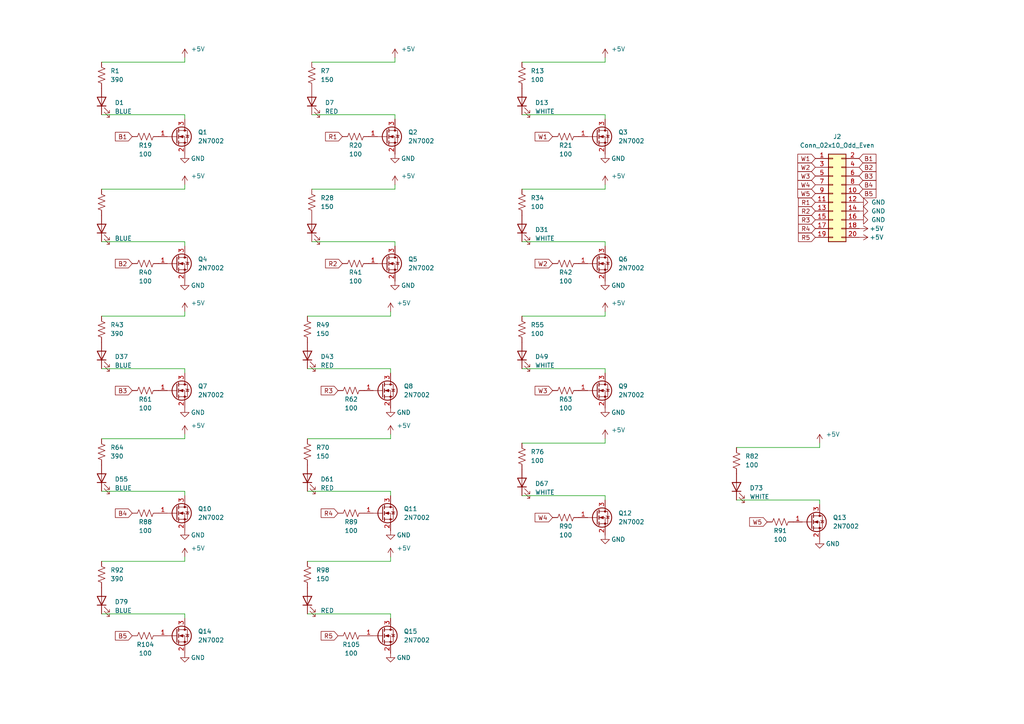
<source format=kicad_sch>
(kicad_sch (version 20230121) (generator eeschema)
  (paper "A4")
  (lib_symbols
    (symbol "4ms_Power:GND" (power) (pin_names (offset 0))
      (property "Value" "GND" (at 0 -3.81 0))
      (symbol "GND_0_1"
        (polyline (pts (xy 0 0) (xy 0 -1.27) (xy 1.27 -1.27) (xy 0 -2.54) (xy -1.27 -1.27) (xy 0 -1.27)))
      )
      (symbol "GND_1_1"
        (pin power_in line (at 0 0 270) (length 0) hide (name "GND") (number "1"))
      )
    )
    (symbol "Connector_Generic:Conn_02x10_Odd_Even" (pin_names (offset 1.016) hide)
      (property "Reference" "J" (at 1.27 12.7 0))
      (property "Value" "Conn_02x10_Odd_Even" (at 1.27 -15.24 0))
      (symbol "Conn_02x10_Odd_Even_1_1"
        (rectangle (start -1.27 -12.573) (end 0 -12.827) (stroke (width 0.1524)))
        (rectangle (start -1.27 -10.033) (end 0 -10.287) (stroke (width 0.1524)))
        (rectangle (start -1.27 -7.493) (end 0 -7.747) (stroke (width 0.1524)))
        (rectangle (start -1.27 -4.953) (end 0 -5.207) (stroke (width 0.1524)))
        (rectangle (start -1.27 -2.413) (end 0 -2.667) (stroke (width 0.1524)))
        (rectangle (start -1.27 0.127) (end 0 -0.127) (stroke (width 0.1524)))
        (rectangle (start -1.27 2.667) (end 0 2.413) (stroke (width 0.1524)))
        (rectangle (start -1.27 5.207) (end 0 4.953) (stroke (width 0.1524)))
        (rectangle (start -1.27 7.747) (end 0 7.493) (stroke (width 0.1524)))
        (rectangle (start -1.27 10.287) (end 0 10.033) (stroke (width 0.1524)))
        (rectangle (start -1.27 11.43) (end 3.81 -13.97) (stroke (width 0.254)) (fill (type background)))
        (rectangle (start 3.81 -12.573) (end 2.54 -12.827) (stroke (width 0.1524)))
        (rectangle (start 3.81 -10.033) (end 2.54 -10.287) (stroke (width 0.1524)))
        (rectangle (start 3.81 -7.493) (end 2.54 -7.747) (stroke (width 0.1524)))
        (rectangle (start 3.81 -4.953) (end 2.54 -5.207) (stroke (width 0.1524)))
        (rectangle (start 3.81 -2.413) (end 2.54 -2.667) (stroke (width 0.1524)))
        (rectangle (start 3.81 0.127) (end 2.54 -0.127) (stroke (width 0.1524)))
        (rectangle (start 3.81 2.667) (end 2.54 2.413) (stroke (width 0.1524)))
        (rectangle (start 3.81 5.207) (end 2.54 4.953) (stroke (width 0.1524)))
        (rectangle (start 3.81 7.747) (end 2.54 7.493) (stroke (width 0.1524)))
        (rectangle (start 3.81 10.287) (end 2.54 10.033) (stroke (width 0.1524)))
        (pin passive line (at -5.08 10.16 0) (length 3.81) (name "Pin_1") (number "1"))
        (pin passive line (at 7.62 0 180) (length 3.81) (name "Pin_10") (number "10"))
        (pin passive line (at -5.08 -2.54 0) (length 3.81) (name "Pin_11") (number "11"))
        (pin passive line (at 7.62 -2.54 180) (length 3.81) (name "Pin_12") (number "12"))
        (pin passive line (at -5.08 -5.08 0) (length 3.81) (name "Pin_13") (number "13"))
        (pin passive line (at 7.62 -5.08 180) (length 3.81) (name "Pin_14") (number "14"))
        (pin passive line (at -5.08 -7.62 0) (length 3.81) (name "Pin_15") (number "15"))
        (pin passive line (at 7.62 -7.62 180) (length 3.81) (name "Pin_16") (number "16"))
        (pin passive line (at -5.08 -10.16 0) (length 3.81) (name "Pin_17") (number "17"))
        (pin passive line (at 7.62 -10.16 180) (length 3.81) (name "Pin_18") (number "18"))
        (pin passive line (at -5.08 -12.7 0) (length 3.81) (name "Pin_19") (number "19"))
        (pin passive line (at 7.62 10.16 180) (length 3.81) (name "Pin_2") (number "2"))
        (pin passive line (at 7.62 -12.7 180) (length 3.81) (name "Pin_20") (number "20"))
        (pin passive line (at -5.08 7.62 0) (length 3.81) (name "Pin_3") (number "3"))
        (pin passive line (at 7.62 7.62 180) (length 3.81) (name "Pin_4") (number "4"))
        (pin passive line (at -5.08 5.08 0) (length 3.81) (name "Pin_5") (number "5"))
        (pin passive line (at 7.62 5.08 180) (length 3.81) (name "Pin_6") (number "6"))
        (pin passive line (at -5.08 2.54 0) (length 3.81) (name "Pin_7") (number "7"))
        (pin passive line (at 7.62 2.54 180) (length 3.81) (name "Pin_8") (number "8"))
        (pin passive line (at -5.08 0 0) (length 3.81) (name "Pin_9") (number "9"))
      )
    )
    (symbol "Device:LED" (pin_numbers hide) (pin_names (offset 1.016) hide)
      (property "Reference" "D" (at 0 2.54 0))
      (property "Value" "LED" (at 0 -2.54 0))
      (symbol "LED_0_1"
        (polyline (pts (xy -1.27 -1.27) (xy -1.27 1.27)) (stroke (width 0.254)))
        (polyline (pts (xy -1.27 0) (xy 1.27 0)))
        (polyline (pts (xy 1.27 -1.27) (xy 1.27 1.27) (xy -1.27 0) (xy 1.27 -1.27)) (stroke (width 0.254)))
        (polyline (pts (xy -3.048 -0.762) (xy -4.572 -2.286) (xy -3.81 -2.286) (xy -4.572 -2.286) (xy -4.572 -1.524)))
        (polyline (pts (xy -1.778 -0.762) (xy -3.302 -2.286) (xy -2.54 -2.286) (xy -3.302 -2.286) (xy -3.302 -1.524)))
      )
      (symbol "LED_1_1"
        (pin passive line (at -3.81 0 0) (length 2.54) (name "K") (number "1"))
        (pin passive line (at 3.81 0 180) (length 2.54) (name "A") (number "2"))
      )
    )
    (symbol "Device:R_US" (pin_numbers hide) (pin_names (offset 0))
      (property "Reference" "R" (at 2.54 0 90))
      (property "Value" "R_US" (at -2.54 0 90))
      (symbol "R_US_0_1"
        (polyline (pts (xy 0 -2.286) (xy 0 -2.54)))
        (polyline (pts (xy 0 2.286) (xy 0 2.54)))
        (polyline (pts (xy 0 -0.762) (xy 1.016 -1.143) (xy 0 -1.524) (xy -1.016 -1.905) (xy 0 -2.286)))
        (polyline (pts (xy 0 0.762) (xy 1.016 0.381) (xy 0 0) (xy -1.016 -0.381) (xy 0 -0.762)))
        (polyline (pts (xy 0 2.286) (xy 1.016 1.905) (xy 0 1.524) (xy -1.016 1.143) (xy 0 0.762)))
      )
      (symbol "R_US_1_1"
        (pin passive line (at 0 3.81 270) (length 1.27) (name "~") (number "1"))
        (pin passive line (at 0 -3.81 90) (length 1.27) (name "~") (number "2"))
      )
    )
    (symbol "Transistor_FET:2N7002" (pin_names hide)
      (property "Reference" "Q" (at 5.08 1.905 0))
      (property "Value" "2N7002" (at 5.08 0 0))
      (symbol "2N7002_0_1"
        (polyline (pts (xy 0.254 0) (xy -2.54 0)))
        (polyline (pts (xy 0.254 1.905) (xy 0.254 -1.905)) (stroke (width 0.254)))
        (polyline (pts (xy 0.762 -1.27) (xy 0.762 -2.286)) (stroke (width 0.254)))
        (polyline (pts (xy 0.762 0.508) (xy 0.762 -0.508)) (stroke (width 0.254)))
        (polyline (pts (xy 0.762 2.286) (xy 0.762 1.27)) (stroke (width 0.254)))
        (polyline (pts (xy 2.54 2.54) (xy 2.54 1.778)))
        (polyline (pts (xy 2.54 -2.54) (xy 2.54 0) (xy 0.762 0)))
        (polyline (pts (xy 0.762 -1.778) (xy 3.302 -1.778) (xy 3.302 1.778) (xy 0.762 1.778)))
        (polyline (pts (xy 1.016 0) (xy 2.032 0.381) (xy 2.032 -0.381) (xy 1.016 0)) (fill (type outline)))
        (polyline (pts (xy 2.794 0.508) (xy 2.921 0.381) (xy 3.683 0.381) (xy 3.81 0.254)))
        (polyline (pts (xy 3.302 0.381) (xy 2.921 -0.254) (xy 3.683 -0.254) (xy 3.302 0.381)))
        (circle (center 1.651 0) (radius 2.794) (stroke (width 0.254)))
        (circle (center 2.54 -1.778) (radius 0.254) (fill (type outline)))
        (circle (center 2.54 1.778) (radius 0.254) (fill (type outline)))
      )
      (symbol "2N7002_1_1"
        (pin input line (at -5.08 0 0) (length 2.54) (name "G") (number "1"))
        (pin passive line (at 2.54 -5.08 90) (length 2.54) (name "S") (number "2"))
        (pin passive line (at 2.54 5.08 270) (length 2.54) (name "D") (number "3"))
      )
    )
    (symbol "power:+5V" (power) (pin_names (offset 0))
      (property "Value" "+5V" (at 0 3.556 0))
      (symbol "+5V_0_1"
        (polyline (pts (xy -0.762 1.27) (xy 0 2.54)))
        (polyline (pts (xy 0 0) (xy 0 2.54)))
        (polyline (pts (xy 0 2.54) (xy 0.762 1.27)))
      )
      (symbol "+5V_1_1"
        (pin power_in line (at 0 0 90) (length 0) hide (name "+5V") (number "1"))
      )
    )
    (symbol "power:GND" (power) (pin_names (offset 0))
      (property "Value" "GND" (at 0 -3.81 0))
      (symbol "GND_0_1"
        (polyline (pts (xy 0 0) (xy 0 -1.27) (xy 1.27 -1.27) (xy 0 -2.54) (xy -1.27 -1.27) (xy 0 -1.27)))
      )
      (symbol "GND_1_1"
        (pin power_in line (at 0 0 270) (length 0) hide (name "GND") (number "1"))
      )
    )
  )
  (wire (pts (xy 213.614 145.034) (xy 237.744 145.034)))
  (wire (pts (xy 53.594 16.764) (xy 53.594 18.034)))
  (wire (pts (xy 151.384 106.934) (xy 175.514 106.934)))
  (wire (pts (xy 151.384 143.764) (xy 175.514 143.764)))
  (wire (pts (xy 29.464 178.054) (xy 53.594 178.054)))
  (wire (pts (xy 114.554 53.594) (xy 114.554 54.864)))
  (wire (pts (xy 175.514 90.424) (xy 175.514 91.694)))
  (wire (pts (xy 53.594 106.934) (xy 53.594 108.204)))
  (wire (pts (xy 175.514 127.254) (xy 175.514 128.524)))
  (wire (pts (xy 90.424 33.274) (xy 114.554 33.274)))
  (wire (pts (xy 114.554 70.104) (xy 114.554 71.374)))
  (wire (pts (xy 114.554 33.274) (xy 114.554 34.544)))
  (wire (pts (xy 113.284 125.984) (xy 113.284 127.254)))
  (wire (pts (xy 175.514 53.594) (xy 175.514 54.864)))
  (wire (pts (xy 89.154 127.254) (xy 113.284 127.254)))
  (wire (pts (xy 151.384 18.034) (xy 175.514 18.034)))
  (wire (pts (xy 29.464 91.694) (xy 53.594 91.694)))
  (wire (pts (xy 53.594 90.424) (xy 53.594 91.694)))
  (wire (pts (xy 151.384 70.104) (xy 175.514 70.104)))
  (wire (pts (xy 90.424 54.864) (xy 114.554 54.864)))
  (wire (pts (xy 151.384 91.694) (xy 175.514 91.694)))
  (wire (pts (xy 29.464 162.814) (xy 53.594 162.814)))
  (wire (pts (xy 175.514 143.764) (xy 175.514 145.034)))
  (wire (pts (xy 29.464 33.274) (xy 53.594 33.274)))
  (wire (pts (xy 237.744 128.524) (xy 237.744 129.794)))
  (wire (pts (xy 113.284 142.494) (xy 113.284 143.764)))
  (wire (pts (xy 175.514 33.274) (xy 175.514 34.544)))
  (wire (pts (xy 113.284 161.544) (xy 113.284 162.814)))
  (wire (pts (xy 53.594 53.594) (xy 53.594 54.864)))
  (wire (pts (xy 53.594 161.544) (xy 53.594 162.814)))
  (wire (pts (xy 213.614 129.794) (xy 237.744 129.794)))
  (wire (pts (xy 29.464 142.494) (xy 53.594 142.494)))
  (wire (pts (xy 175.514 16.764) (xy 175.514 18.034)))
  (wire (pts (xy 89.154 91.694) (xy 113.284 91.694)))
  (wire (pts (xy 89.154 162.814) (xy 113.284 162.814)))
  (wire (pts (xy 29.464 127.254) (xy 53.594 127.254)))
  (wire (pts (xy 175.514 70.104) (xy 175.514 71.374)))
  (wire (pts (xy 175.514 106.934) (xy 175.514 108.204)))
  (wire (pts (xy 53.594 178.054) (xy 53.594 179.324)))
  (wire (pts (xy 151.384 128.524) (xy 175.514 128.524)))
  (wire (pts (xy 29.464 18.034) (xy 53.594 18.034)))
  (wire (pts (xy 151.384 54.864) (xy 175.514 54.864)))
  (wire (pts (xy 89.154 178.054) (xy 113.284 178.054)))
  (wire (pts (xy 29.464 106.934) (xy 53.594 106.934)))
  (wire (pts (xy 90.424 18.034) (xy 114.554 18.034)))
  (wire (pts (xy 89.154 142.494) (xy 113.284 142.494)))
  (wire (pts (xy 151.384 33.274) (xy 175.514 33.274)))
  (wire (pts (xy 53.594 125.984) (xy 53.594 127.254)))
  (wire (pts (xy 29.464 70.104) (xy 53.594 70.104)))
  (wire (pts (xy 53.594 142.494) (xy 53.594 143.764)))
  (wire (pts (xy 113.284 106.934) (xy 113.284 108.204)))
  (wire (pts (xy 53.594 33.274) (xy 53.594 34.544)))
  (wire (pts (xy 113.284 178.054) (xy 113.284 179.324)))
  (wire (pts (xy 114.554 16.764) (xy 114.554 18.034)))
  (wire (pts (xy 113.284 90.424) (xy 113.284 91.694)))
  (wire (pts (xy 89.154 106.934) (xy 113.284 106.934)))
  (wire (pts (xy 53.594 70.104) (xy 53.594 71.374)))
  (wire (pts (xy 29.464 54.864) (xy 53.594 54.864)))
  (wire (pts (xy 90.424 70.104) (xy 114.554 70.104)))
  (wire (pts (xy 237.744 145.034) (xy 237.744 146.304)))
  (global_label "W2" (shape input) (at 160.274 76.454 180) (property "Intersheetrefs" "${INTERSHEET_REFS}" (effects hide)))
  (global_label "B4" (shape input) (at 38.354 148.844 180) (property "Intersheetrefs" "${INTERSHEET_REFS}" (effects hide)))
  (global_label "W1" (shape input) (at 160.274 39.624 180) (property "Intersheetrefs" "${INTERSHEET_REFS}" (effects hide)))
  (global_label "W3" (shape input) (at 160.274 113.284 180) (property "Intersheetrefs" "${INTERSHEET_REFS}" (effects hide)))
  (global_label "W4" (shape input) (at 236.474 53.594 180) (property "Intersheetrefs" "${INTERSHEET_REFS}" (effects hide)))
  (global_label "B5" (shape input) (at 38.354 184.404 180) (property "Intersheetrefs" "${INTERSHEET_REFS}" (effects hide)))
  (global_label "R1" (shape input) (at 236.474 58.674 180) (property "Intersheetrefs" "${INTERSHEET_REFS}" (effects hide)))
  (global_label "B3" (shape input) (at 38.354 113.284 180) (property "Intersheetrefs" "${INTERSHEET_REFS}" (effects hide)))
  (global_label "W1" (shape input) (at 236.474 45.974 180) (property "Intersheetrefs" "${INTERSHEET_REFS}" (effects hide)))
  (global_label "B1" (shape input) (at 249.174 45.974 0) (property "Intersheetrefs" "${INTERSHEET_REFS}" (effects hide)))
  (global_label "R2" (shape input) (at 99.314 76.454 180) (property "Intersheetrefs" "${INTERSHEET_REFS}" (effects hide)))
  (global_label "W5" (shape input) (at 222.504 151.384 180) (property "Intersheetrefs" "${INTERSHEET_REFS}" (effects hide)))
  (global_label "B1" (shape input) (at 38.354 39.624 180) (property "Intersheetrefs" "${INTERSHEET_REFS}" (effects hide)))
  (global_label "R3" (shape input) (at 236.474 63.754 180) (property "Intersheetrefs" "${INTERSHEET_REFS}" (effects hide)))
  (global_label "B4" (shape input) (at 249.174 53.594 0) (property "Intersheetrefs" "${INTERSHEET_REFS}" (effects hide)))
  (global_label "W5" (shape input) (at 236.474 56.134 180) (property "Intersheetrefs" "${INTERSHEET_REFS}" (effects hide)))
  (global_label "W2" (shape input) (at 236.474 48.514 180) (property "Intersheetrefs" "${INTERSHEET_REFS}" (effects hide)))
  (global_label "B2" (shape input) (at 38.354 76.454 180) (property "Intersheetrefs" "${INTERSHEET_REFS}" (effects hide)))
  (global_label "R3" (shape input) (at 98.044 113.284 180) (property "Intersheetrefs" "${INTERSHEET_REFS}" (effects hide)))
  (global_label "B2" (shape input) (at 249.174 48.514 0) (property "Intersheetrefs" "${INTERSHEET_REFS}" (effects hide)))
  (global_label "R2" (shape input) (at 236.474 61.214 180) (property "Intersheetrefs" "${INTERSHEET_REFS}" (effects hide)))
  (global_label "R5" (shape input) (at 236.474 68.834 180) (property "Intersheetrefs" "${INTERSHEET_REFS}" (effects hide)))
  (global_label "B5" (shape input) (at 249.174 56.134 0) (property "Intersheetrefs" "${INTERSHEET_REFS}" (effects hide)))
  (global_label "R5" (shape input) (at 98.044 184.404 180) (property "Intersheetrefs" "${INTERSHEET_REFS}" (effects hide)))
  (global_label "R4" (shape input) (at 236.474 66.294 180) (property "Intersheetrefs" "${INTERSHEET_REFS}" (effects hide)))
  (global_label "R1" (shape input) (at 99.314 39.624 180) (property "Intersheetrefs" "${INTERSHEET_REFS}" (effects hide)))
  (global_label "B3" (shape input) (at 249.174 51.054 0) (property "Intersheetrefs" "${INTERSHEET_REFS}" (effects hide)))
  (global_label "W3" (shape input) (at 236.474 51.054 180) (property "Intersheetrefs" "${INTERSHEET_REFS}" (effects hide)))
  (global_label "R4" (shape input) (at 98.044 148.844 180) (property "Intersheetrefs" "${INTERSHEET_REFS}" (effects hide)))
  (global_label "W4" (shape input) (at 160.274 150.114 180) (property "Intersheetrefs" "${INTERSHEET_REFS}" (effects hide)))
  (symbol (lib_id "Transistor_FET:2N7002") (at 112.014 76.454 0) (unit 1)
    (property "Reference" "Q5" (at 118.364 75.1839 0) (effects (justify left)))
    (property "Value" "2N7002" (at 118.364 77.7239 0) (effects (justify left)))
    (property "Footprint" "Package_TO_SOT_SMD:SOT-23" (effects hide))
    (property "Datasheet" "https://www.onsemi.com/pub/Collateral/NDS7002A-D.PDF" (effects hide))
  )
  (symbol (lib_id "Device:LED") (at 89.154 103.124 90) (unit 1)
    (property "Reference" "D43" (at 92.964 103.4414 90) (effects (justify right)))
    (property "Value" "RED" (at 92.964 105.9814 90) (effects (justify right)))
    (property "Footprint" "LED_SMD:LED_0603_1608Metric" (effects hide))
  )
  (symbol (lib_id "Transistor_FET:2N7002") (at 51.054 148.844 0) (unit 1)
    (property "Reference" "Q10" (at 57.404 147.5739 0) (effects (justify left)))
    (property "Value" "2N7002" (at 57.404 150.1139 0) (effects (justify left)))
    (property "Footprint" "Package_TO_SOT_SMD:SOT-23" (effects hide))
    (property "Datasheet" "https://www.onsemi.com/pub/Collateral/NDS7002A-D.PDF" (effects hide))
  )
  (symbol (lib_id "power:GND") (at 113.284 189.484 0) (unit 1)
    (property "Reference" "#PWR035" (effects hide))
    (property "Value" "GND" (at 117.094 190.754 0))
  )
  (symbol (lib_id "power:+5V") (at 249.174 68.834 270) (unit 1)
    (property "Reference" "#PWR014" (effects hide))
    (property "Value" "+5V" (at 254.254 68.834 90))
  )
  (symbol (lib_id "power:GND") (at 53.594 44.704 0) (unit 1)
    (property "Reference" "#PWR04" (effects hide))
    (property "Value" "GND" (at 57.404 45.974 0))
  )
  (symbol (lib_id "power:GND") (at 53.594 153.924 0) (unit 1)
    (property "Reference" "#PWR028" (effects hide))
    (property "Value" "GND" (at 57.404 155.194 0))
  )
  (symbol (lib_id "Device:R_US") (at 42.164 184.404 90) (unit 1)
    (property "Reference" "R104" (at 42.164 186.944 90))
    (property "Value" "100" (at 42.164 189.484 90))
    (property "Footprint" "Resistor_SMD:R_0603_1608Metric" (effects hide))
  )
  (symbol (lib_id "power:+5V") (at 53.594 125.984 0) (unit 1)
    (property "Reference" "#PWR024" (effects hide))
    (property "Value" "+5V" (at 57.404 123.444 0))
  )
  (symbol (lib_id "power:GND") (at 237.744 156.464 0) (unit 1)
    (property "Reference" "#PWR031" (effects hide))
    (property "Value" "GND" (at 241.554 157.734 0))
  )
  (symbol (lib_id "Device:R_US") (at 103.124 76.454 90) (unit 1)
    (property "Reference" "R41" (at 103.124 78.994 90))
    (property "Value" "100" (at 103.124 81.534 90))
    (property "Footprint" "Resistor_SMD:R_0603_1608Metric" (effects hide))
  )
  (symbol (lib_id "Device:R_US") (at 226.314 151.384 90) (unit 1)
    (property "Reference" "R91" (at 226.314 153.924 90))
    (property "Value" "100" (at 226.314 156.464 90))
    (property "Footprint" "Resistor_SMD:R_0603_1608Metric" (effects hide))
  )
  (symbol (lib_id "power:GND") (at 175.514 155.194 0) (unit 1)
    (property "Reference" "#PWR030" (effects hide))
    (property "Value" "GND" (at 179.324 156.464 0))
  )
  (symbol (lib_id "Transistor_FET:2N7002") (at 110.744 184.404 0) (unit 1)
    (property "Reference" "Q15" (at 117.094 183.1339 0) (effects (justify left)))
    (property "Value" "2N7002" (at 117.094 185.6739 0) (effects (justify left)))
    (property "Footprint" "Package_TO_SOT_SMD:SOT-23" (effects hide))
    (property "Datasheet" "https://www.onsemi.com/pub/Collateral/NDS7002A-D.PDF" (effects hide))
  )
  (symbol (lib_id "Device:LED") (at 151.384 139.954 90) (unit 1)
    (property "Reference" "D67" (at 155.194 140.2714 90) (effects (justify right)))
    (property "Value" "WHITE" (at 155.194 142.8114 90) (effects (justify right)))
    (property "Footprint" "LED_SMD:LED_0603_1608Metric" (effects hide))
  )
  (symbol (lib_id "Transistor_FET:2N7002") (at 235.204 151.384 0) (unit 1)
    (property "Reference" "Q13" (at 241.554 150.1139 0) (effects (justify left)))
    (property "Value" "2N7002" (at 241.554 152.6539 0) (effects (justify left)))
    (property "Footprint" "Package_TO_SOT_SMD:SOT-23" (effects hide))
    (property "Datasheet" "https://www.onsemi.com/pub/Collateral/NDS7002A-D.PDF" (effects hide))
  )
  (symbol (lib_id "Device:LED") (at 151.384 66.294 90) (unit 1)
    (property "Reference" "D31" (at 155.194 66.6114 90) (effects (justify right)))
    (property "Value" "WHITE" (at 155.194 69.1514 90) (effects (justify right)))
    (property "Footprint" "LED_SMD:LED_0603_1608Metric" (effects hide))
  )
  (symbol (lib_id "Device:R_US") (at 29.464 95.504 180) (unit 1)
    (property "Reference" "R43" (at 32.004 94.2339 0) (effects (justify right)))
    (property "Value" "390" (at 32.004 96.7739 0) (effects (justify right)))
    (property "Footprint" "Resistor_SMD:R_0603_1608Metric" (effects hide))
  )
  (symbol (lib_id "Device:R_US") (at 89.154 166.624 180) (unit 1)
    (property "Reference" "R98" (at 91.694 165.3539 0) (effects (justify right)))
    (property "Value" "150" (at 91.694 167.8939 0) (effects (justify right)))
    (property "Footprint" "Resistor_SMD:R_0603_1608Metric" (effects hide))
  )
  (symbol (lib_id "Transistor_FET:2N7002") (at 112.014 39.624 0) (unit 1)
    (property "Reference" "Q2" (at 118.364 38.3539 0) (effects (justify left)))
    (property "Value" "2N7002" (at 118.364 40.8939 0) (effects (justify left)))
    (property "Footprint" "Package_TO_SOT_SMD:SOT-23" (effects hide))
    (property "Datasheet" "https://www.onsemi.com/pub/Collateral/NDS7002A-D.PDF" (effects hide))
  )
  (symbol (lib_id "4ms_Power:GND") (at 249.174 58.674 90) (unit 1)
    (property "Reference" "#PWR010" (effects hide))
    (property "Value" "GND" (at 256.794 58.674 90) (effects (justify left)))
  )
  (symbol (lib_id "power:+5V") (at 113.284 125.984 0) (unit 1)
    (property "Reference" "#PWR025" (effects hide))
    (property "Value" "+5V" (at 117.094 123.444 0))
  )
  (symbol (lib_id "Device:R_US") (at 42.164 113.284 90) (unit 1)
    (property "Reference" "R61" (at 42.164 115.824 90))
    (property "Value" "100" (at 42.164 118.364 90))
    (property "Footprint" "Resistor_SMD:R_0603_1608Metric" (effects hide))
  )
  (symbol (lib_id "power:GND") (at 53.594 118.364 0) (unit 1)
    (property "Reference" "#PWR021" (effects hide))
    (property "Value" "GND" (at 57.404 119.634 0))
  )
  (symbol (lib_id "4ms_Power:GND") (at 249.174 63.754 90) (unit 1)
    (property "Reference" "#PWR012" (effects hide))
    (property "Value" "GND" (at 256.794 63.754 90) (effects (justify left)))
  )
  (symbol (lib_id "Transistor_FET:2N7002") (at 51.054 39.624 0) (unit 1)
    (property "Reference" "Q1" (at 57.404 38.3539 0) (effects (justify left)))
    (property "Value" "2N7002" (at 57.404 40.8939 0) (effects (justify left)))
    (property "Footprint" "Package_TO_SOT_SMD:SOT-23" (effects hide))
    (property "Datasheet" "https://www.onsemi.com/pub/Collateral/NDS7002A-D.PDF" (effects hide))
  )
  (symbol (lib_id "Device:LED") (at 213.614 141.224 90) (unit 1)
    (property "Reference" "D73" (at 217.424 141.5414 90) (effects (justify right)))
    (property "Value" "WHITE" (at 217.424 144.0814 90) (effects (justify right)))
    (property "Footprint" "LED_SMD:LED_0603_1608Metric" (effects hide))
  )
  (symbol (lib_id "Device:R_US") (at 29.464 166.624 180) (unit 1)
    (property "Reference" "R92" (at 32.004 165.3539 0) (effects (justify right)))
    (property "Value" "390" (at 32.004 167.8939 0) (effects (justify right)))
    (property "Footprint" "Resistor_SMD:R_0603_1608Metric" (effects hide))
  )
  (symbol (lib_id "Device:R_US") (at 213.614 133.604 180) (unit 1)
    (property "Reference" "R82" (at 216.154 132.3339 0) (effects (justify right)))
    (property "Value" "100" (at 216.154 134.8739 0) (effects (justify right)))
    (property "Footprint" "Resistor_SMD:R_0603_1608Metric" (effects hide))
  )
  (symbol (lib_id "Device:R_US") (at 29.464 58.674 180) (unit 1)
    (property "Reference" "R22" (effects hide))
    (property "Value" "390" (effects hide))
    (property "Footprint" "Resistor_SMD:R_0603_1608Metric" (effects hide))
  )
  (symbol (lib_id "Device:R_US") (at 164.084 39.624 90) (unit 1)
    (property "Reference" "R21" (at 164.084 42.164 90))
    (property "Value" "100" (at 164.084 44.704 90))
    (property "Footprint" "Resistor_SMD:R_0603_1608Metric" (effects hide))
  )
  (symbol (lib_id "Device:LED") (at 29.464 103.124 90) (unit 1)
    (property "Reference" "D37" (at 33.274 103.4414 90) (effects (justify right)))
    (property "Value" "BLUE" (at 33.274 105.9814 90) (effects (justify right)))
    (property "Footprint" "LED_SMD:LED_0603_1608Metric" (effects hide))
  )
  (symbol (lib_id "Device:R_US") (at 90.424 58.674 180) (unit 1)
    (property "Reference" "R28" (at 92.964 57.4039 0) (effects (justify right)))
    (property "Value" "150" (at 92.964 59.9439 0) (effects (justify right)))
    (property "Footprint" "Resistor_SMD:R_0603_1608Metric" (effects hide))
  )
  (symbol (lib_id "Device:R_US") (at 42.164 39.624 90) (unit 1)
    (property "Reference" "R19" (at 42.164 42.164 90))
    (property "Value" "100" (at 42.164 44.704 90))
    (property "Footprint" "Resistor_SMD:R_0603_1608Metric" (effects hide))
  )
  (symbol (lib_id "power:GND") (at 175.514 44.704 0) (unit 1)
    (property "Reference" "#PWR06" (effects hide))
    (property "Value" "GND" (at 179.324 45.974 0))
  )
  (symbol (lib_id "Transistor_FET:2N7002") (at 110.744 113.284 0) (unit 1)
    (property "Reference" "Q8" (at 117.094 112.0139 0) (effects (justify left)))
    (property "Value" "2N7002" (at 117.094 114.5539 0) (effects (justify left)))
    (property "Footprint" "Package_TO_SOT_SMD:SOT-23" (effects hide))
    (property "Datasheet" "https://www.onsemi.com/pub/Collateral/NDS7002A-D.PDF" (effects hide))
  )
  (symbol (lib_id "power:GND") (at 175.514 81.534 0) (unit 1)
    (property "Reference" "#PWR017" (effects hide))
    (property "Value" "GND" (at 179.324 82.804 0))
  )
  (symbol (lib_id "Device:LED") (at 29.464 66.294 90) (unit 1)
    (property "Reference" "D19" (effects hide))
    (property "Value" "BLUE" (at 33.274 69.1514 90) (effects (justify right)))
    (property "Footprint" "LED_SMD:LED_0603_1608Metric" (effects hide))
  )
  (symbol (lib_id "Device:R_US") (at 101.854 184.404 90) (unit 1)
    (property "Reference" "R105" (at 101.854 186.944 90))
    (property "Value" "100" (at 101.854 189.484 90))
    (property "Footprint" "Resistor_SMD:R_0603_1608Metric" (effects hide))
  )
  (symbol (lib_id "power:+5V") (at 175.514 90.424 0) (unit 1)
    (property "Reference" "#PWR020" (effects hide))
    (property "Value" "+5V" (at 179.324 87.884 0))
  )
  (symbol (lib_id "Device:R_US") (at 151.384 21.844 180) (unit 1)
    (property "Reference" "R13" (at 153.924 20.5739 0) (effects (justify right)))
    (property "Value" "100" (at 153.924 23.1139 0) (effects (justify right)))
    (property "Footprint" "Resistor_SMD:R_0603_1608Metric" (effects hide))
  )
  (symbol (lib_id "Device:R_US") (at 90.424 21.844 180) (unit 1)
    (property "Reference" "R7" (at 92.964 20.5739 0) (effects (justify right)))
    (property "Value" "150" (at 92.964 23.1139 0) (effects (justify right)))
    (property "Footprint" "Resistor_SMD:R_0603_1608Metric" (effects hide))
  )
  (symbol (lib_id "Device:R_US") (at 89.154 95.504 180) (unit 1)
    (property "Reference" "R49" (at 91.694 94.2339 0) (effects (justify right)))
    (property "Value" "150" (at 91.694 96.7739 0) (effects (justify right)))
    (property "Footprint" "Resistor_SMD:R_0603_1608Metric" (effects hide))
  )
  (symbol (lib_id "Device:R_US") (at 101.854 113.284 90) (unit 1)
    (property "Reference" "R62" (at 101.854 115.824 90))
    (property "Value" "100" (at 101.854 118.364 90))
    (property "Footprint" "Resistor_SMD:R_0603_1608Metric" (effects hide))
  )
  (symbol (lib_id "power:GND") (at 114.554 44.704 0) (unit 1)
    (property "Reference" "#PWR05" (effects hide))
    (property "Value" "GND" (at 118.364 45.974 0))
  )
  (symbol (lib_id "power:GND") (at 53.594 189.484 0) (unit 1)
    (property "Reference" "#PWR034" (effects hide))
    (property "Value" "GND" (at 57.404 190.754 0))
  )
  (symbol (lib_id "power:+5V") (at 53.594 161.544 0) (unit 1)
    (property "Reference" "#PWR032" (effects hide))
    (property "Value" "+5V" (at 57.404 159.004 0))
  )
  (symbol (lib_id "Transistor_FET:2N7002") (at 172.974 39.624 0) (unit 1)
    (property "Reference" "Q3" (at 179.324 38.3539 0) (effects (justify left)))
    (property "Value" "2N7002" (at 179.324 40.8939 0) (effects (justify left)))
    (property "Footprint" "Package_TO_SOT_SMD:SOT-23" (effects hide))
    (property "Datasheet" "https://www.onsemi.com/pub/Collateral/NDS7002A-D.PDF" (effects hide))
  )
  (symbol (lib_id "power:+5V") (at 113.284 90.424 0) (unit 1)
    (property "Reference" "#PWR019" (effects hide))
    (property "Value" "+5V" (at 117.094 87.884 0))
  )
  (symbol (lib_id "power:+5V") (at 175.514 127.254 0) (unit 1)
    (property "Reference" "#PWR026" (effects hide))
    (property "Value" "+5V" (at 179.324 124.714 0))
  )
  (symbol (lib_id "Device:R_US") (at 151.384 132.334 180) (unit 1)
    (property "Reference" "R76" (at 153.924 131.0639 0) (effects (justify right)))
    (property "Value" "100" (at 153.924 133.6039 0) (effects (justify right)))
    (property "Footprint" "Resistor_SMD:R_0603_1608Metric" (effects hide))
  )
  (symbol (lib_id "Device:R_US") (at 42.164 148.844 90) (unit 1)
    (property "Reference" "R88" (at 42.164 151.384 90))
    (property "Value" "100" (at 42.164 153.924 90))
    (property "Footprint" "Resistor_SMD:R_0603_1608Metric" (effects hide))
  )
  (symbol (lib_id "Device:LED") (at 29.464 174.244 90) (unit 1)
    (property "Reference" "D79" (at 33.274 174.5614 90) (effects (justify right)))
    (property "Value" "BLUE" (at 33.274 177.1014 90) (effects (justify right)))
    (property "Footprint" "LED_SMD:LED_0603_1608Metric" (effects hide))
  )
  (symbol (lib_id "power:+5V") (at 53.594 53.594 0) (unit 1)
    (property "Reference" "#PWR07" (effects hide))
    (property "Value" "+5V" (at 57.404 51.054 0))
  )
  (symbol (lib_id "Transistor_FET:2N7002") (at 51.054 76.454 0) (unit 1)
    (property "Reference" "Q4" (at 57.404 75.1839 0) (effects (justify left)))
    (property "Value" "2N7002" (at 57.404 77.7239 0) (effects (justify left)))
    (property "Footprint" "Package_TO_SOT_SMD:SOT-23" (effects hide))
    (property "Datasheet" "https://www.onsemi.com/pub/Collateral/NDS7002A-D.PDF" (effects hide))
  )
  (symbol (lib_id "Transistor_FET:2N7002") (at 110.744 148.844 0) (unit 1)
    (property "Reference" "Q11" (at 117.094 147.5739 0) (effects (justify left)))
    (property "Value" "2N7002" (at 117.094 150.1139 0) (effects (justify left)))
    (property "Footprint" "Package_TO_SOT_SMD:SOT-23" (effects hide))
    (property "Datasheet" "https://www.onsemi.com/pub/Collateral/NDS7002A-D.PDF" (effects hide))
  )
  (symbol (lib_id "power:GND") (at 114.554 81.534 0) (unit 1)
    (property "Reference" "#PWR016" (effects hide))
    (property "Value" "GND" (at 118.364 82.804 0))
  )
  (symbol (lib_id "Device:R_US") (at 29.464 131.064 180) (unit 1)
    (property "Reference" "R64" (at 32.004 129.7939 0) (effects (justify right)))
    (property "Value" "390" (at 32.004 132.3339 0) (effects (justify right)))
    (property "Footprint" "Resistor_SMD:R_0603_1608Metric" (effects hide))
  )
  (symbol (lib_id "Device:R_US") (at 164.084 150.114 90) (unit 1)
    (property "Reference" "R90" (at 164.084 152.654 90))
    (property "Value" "100" (at 164.084 155.194 90))
    (property "Footprint" "Resistor_SMD:R_0603_1608Metric" (effects hide))
  )
  (symbol (lib_id "Device:R_US") (at 151.384 58.674 180) (unit 1)
    (property "Reference" "R34" (at 153.924 57.4039 0) (effects (justify right)))
    (property "Value" "100" (at 153.924 59.9439 0) (effects (justify right)))
    (property "Footprint" "Resistor_SMD:R_0603_1608Metric" (effects hide))
  )
  (symbol (lib_id "power:+5V") (at 114.554 16.764 0) (unit 1)
    (property "Reference" "#PWR02" (effects hide))
    (property "Value" "+5V" (at 118.364 14.224 0))
  )
  (symbol (lib_id "Device:R_US") (at 29.464 21.844 180) (unit 1)
    (property "Reference" "R1" (at 32.004 20.5739 0) (effects (justify right)))
    (property "Value" "390" (at 32.004 23.1139 0) (effects (justify right)))
    (property "Footprint" "Resistor_SMD:R_0603_1608Metric" (effects hide))
  )
  (symbol (lib_id "Connector_Generic:Conn_02x10_Odd_Even") (at 241.554 56.134 0) (unit 1)
    (property "Reference" "J2" (at 242.824 39.624 0))
    (property "Value" "Conn_02x10_Odd_Even" (at 242.824 42.164 0))
    (property "Footprint" "Connector_PinSocket_2.54mm:PinSocket_2x10_P2.54mm_Vertical_SMD" (effects hide))
  )
  (symbol (lib_id "Device:R_US") (at 42.164 76.454 90) (unit 1)
    (property "Reference" "R40" (at 42.164 78.994 90))
    (property "Value" "100" (at 42.164 81.534 90))
    (property "Footprint" "Resistor_SMD:R_0603_1608Metric" (effects hide))
  )
  (symbol (lib_id "Transistor_FET:2N7002") (at 172.974 113.284 0) (unit 1)
    (property "Reference" "Q9" (at 179.324 112.0139 0) (effects (justify left)))
    (property "Value" "2N7002" (at 179.324 114.5539 0) (effects (justify left)))
    (property "Footprint" "Package_TO_SOT_SMD:SOT-23" (effects hide))
    (property "Datasheet" "https://www.onsemi.com/pub/Collateral/NDS7002A-D.PDF" (effects hide))
  )
  (symbol (lib_id "Device:LED") (at 90.424 66.294 90) (unit 1)
    (property "Reference" "D25" (effects hide))
    (property "Value" "RED" (effects hide))
    (property "Footprint" "LED_SMD:LED_0603_1608Metric" (effects hide))
  )
  (symbol (lib_id "Device:R_US") (at 101.854 148.844 90) (unit 1)
    (property "Reference" "R89" (at 101.854 151.384 90))
    (property "Value" "100" (at 101.854 153.924 90))
    (property "Footprint" "Resistor_SMD:R_0603_1608Metric" (effects hide))
  )
  (symbol (lib_id "Device:R_US") (at 164.084 113.284 90) (unit 1)
    (property "Reference" "R63" (at 164.084 115.824 90))
    (property "Value" "100" (at 164.084 118.364 90))
    (property "Footprint" "Resistor_SMD:R_0603_1608Metric" (effects hide))
  )
  (symbol (lib_id "Transistor_FET:2N7002") (at 51.054 113.284 0) (unit 1)
    (property "Reference" "Q7" (at 57.404 112.0139 0) (effects (justify left)))
    (property "Value" "2N7002" (at 57.404 114.5539 0) (effects (justify left)))
    (property "Footprint" "Package_TO_SOT_SMD:SOT-23" (effects hide))
    (property "Datasheet" "https://www.onsemi.com/pub/Collateral/NDS7002A-D.PDF" (effects hide))
  )
  (symbol (lib_id "power:GND") (at 113.284 153.924 0) (unit 1)
    (property "Reference" "#PWR029" (effects hide))
    (property "Value" "GND" (at 117.094 155.194 0))
  )
  (symbol (lib_id "power:GND") (at 175.514 118.364 0) (unit 1)
    (property "Reference" "#PWR023" (effects hide))
    (property "Value" "GND" (at 179.324 119.634 0))
  )
  (symbol (lib_id "power:+5V") (at 114.554 53.594 0) (unit 1)
    (property "Reference" "#PWR08" (effects hide))
    (property "Value" "+5V" (at 118.364 51.054 0))
  )
  (symbol (lib_id "Device:R_US") (at 103.124 39.624 90) (unit 1)
    (property "Reference" "R20" (at 103.124 42.164 90))
    (property "Value" "100" (at 103.124 44.704 90))
    (property "Footprint" "Resistor_SMD:R_0603_1608Metric" (effects hide))
  )
  (symbol (lib_id "power:+5V") (at 249.174 66.294 270) (unit 1)
    (property "Reference" "#PWR013" (effects hide))
    (property "Value" "+5V" (at 254.254 66.294 90))
  )
  (symbol (lib_id "Device:LED") (at 29.464 138.684 90) (unit 1)
    (property "Reference" "D55" (at 33.274 139.0014 90) (effects (justify right)))
    (property "Value" "BLUE" (at 33.274 141.5414 90) (effects (justify right)))
    (property "Footprint" "LED_SMD:LED_0603_1608Metric" (effects hide))
  )
  (symbol (lib_id "Transistor_FET:2N7002") (at 172.974 150.114 0) (unit 1)
    (property "Reference" "Q12" (at 179.324 148.8439 0) (effects (justify left)))
    (property "Value" "2N7002" (at 179.324 151.3839 0) (effects (justify left)))
    (property "Footprint" "Package_TO_SOT_SMD:SOT-23" (effects hide))
    (property "Datasheet" "https://www.onsemi.com/pub/Collateral/NDS7002A-D.PDF" (effects hide))
  )
  (symbol (lib_id "power:+5V") (at 175.514 16.764 0) (unit 1)
    (property "Reference" "#PWR03" (effects hide))
    (property "Value" "+5V" (at 179.324 14.224 0))
  )
  (symbol (lib_id "Device:LED") (at 89.154 174.244 90) (unit 1)
    (property "Reference" "D85" (effects hide))
    (property "Value" "RED" (at 92.964 177.1014 90) (effects (justify right)))
    (property "Footprint" "LED_SMD:LED_0603_1608Metric" (effects hide))
  )
  (symbol (lib_id "Device:R_US") (at 151.384 95.504 180) (unit 1)
    (property "Reference" "R55" (at 153.924 94.2339 0) (effects (justify right)))
    (property "Value" "100" (at 153.924 96.7739 0) (effects (justify right)))
    (property "Footprint" "Resistor_SMD:R_0603_1608Metric" (effects hide))
  )
  (symbol (lib_id "power:+5V") (at 53.594 16.764 0) (unit 1)
    (property "Reference" "#PWR01" (effects hide))
    (property "Value" "+5V" (at 57.404 14.224 0))
  )
  (symbol (lib_id "4ms_Power:GND") (at 249.174 61.214 90) (unit 1)
    (property "Reference" "#PWR011" (effects hide))
    (property "Value" "GND" (at 256.794 61.214 90) (effects (justify left)))
  )
  (symbol (lib_id "Device:LED") (at 90.424 29.464 90) (unit 1)
    (property "Reference" "D7" (at 94.234 29.7814 90) (effects (justify right)))
    (property "Value" "RED" (at 94.234 32.3214 90) (effects (justify right)))
    (property "Footprint" "LED_SMD:LED_0603_1608Metric" (effects hide))
  )
  (symbol (lib_id "Device:R_US") (at 89.154 131.064 180) (unit 1)
    (property "Reference" "R70" (at 91.694 129.7939 0) (effects (justify right)))
    (property "Value" "150" (at 91.694 132.3339 0) (effects (justify right)))
    (property "Footprint" "Resistor_SMD:R_0603_1608Metric" (effects hide))
  )
  (symbol (lib_id "Device:LED") (at 151.384 103.124 90) (unit 1)
    (property "Reference" "D49" (at 155.194 103.4414 90) (effects (justify right)))
    (property "Value" "WHITE" (at 155.194 105.9814 90) (effects (justify right)))
    (property "Footprint" "LED_SMD:LED_0603_1608Metric" (effects hide))
  )
  (symbol (lib_id "power:GND") (at 53.594 81.534 0) (unit 1)
    (property "Reference" "#PWR015" (effects hide))
    (property "Value" "GND" (at 57.404 82.804 0))
  )
  (symbol (lib_id "Transistor_FET:2N7002") (at 51.054 184.404 0) (unit 1)
    (property "Reference" "Q14" (at 57.404 183.1339 0) (effects (justify left)))
    (property "Value" "2N7002" (at 57.404 185.6739 0) (effects (justify left)))
    (property "Footprint" "Package_TO_SOT_SMD:SOT-23" (effects hide))
    (property "Datasheet" "https://www.onsemi.com/pub/Collateral/NDS7002A-D.PDF" (effects hide))
  )
  (symbol (lib_id "Device:R_US") (at 164.084 76.454 90) (unit 1)
    (property "Reference" "R42" (at 164.084 78.994 90))
    (property "Value" "100" (at 164.084 81.534 90))
    (property "Footprint" "Resistor_SMD:R_0603_1608Metric" (effects hide))
  )
  (symbol (lib_id "Device:LED") (at 29.464 29.464 90) (unit 1)
    (property "Reference" "D1" (at 33.274 29.7814 90) (effects (justify right)))
    (property "Value" "BLUE" (at 33.274 32.3214 90) (effects (justify right)))
    (property "Footprint" "LED_SMD:LED_0603_1608Metric" (effects hide))
  )
  (symbol (lib_id "power:+5V") (at 237.744 128.524 0) (unit 1)
    (property "Reference" "#PWR027" (effects hide))
    (property "Value" "+5V" (at 241.554 125.984 0))
  )
  (symbol (lib_id "power:+5V") (at 53.594 90.424 0) (unit 1)
    (property "Reference" "#PWR018" (effects hide))
    (property "Value" "+5V" (at 57.404 87.884 0))
  )
  (symbol (lib_id "power:+5V") (at 175.514 53.594 0) (unit 1)
    (property "Reference" "#PWR09" (effects hide))
    (property "Value" "+5V" (at 179.324 51.054 0))
  )
  (symbol (lib_id "power:+5V") (at 113.284 161.544 0) (unit 1)
    (property "Reference" "#PWR033" (effects hide))
    (property "Value" "+5V" (at 117.094 159.004 0))
  )
  (symbol (lib_id "power:GND") (at 113.284 118.364 0) (unit 1)
    (property "Reference" "#PWR022" (effects hide))
    (property "Value" "GND" (at 117.094 119.634 0))
  )
  (symbol (lib_id "Device:LED") (at 151.384 29.464 90) (unit 1)
    (property "Reference" "D13" (at 155.194 29.7814 90) (effects (justify right)))
    (property "Value" "WHITE" (at 155.194 32.3214 90) (effects (justify right)))
    (property "Footprint" "LED_SMD:LED_0603_1608Metric" (effects hide))
  )
  (symbol (lib_id "Device:LED") (at 89.154 138.684 90) (unit 1)
    (property "Reference" "D61" (at 92.964 139.0014 90) (effects (justify right)))
    (property "Value" "RED" (at 92.964 141.5414 90) (effects (justify right)))
    (property "Footprint" "LED_SMD:LED_0603_1608Metric" (effects hide))
  )
  (symbol (lib_id "Transistor_FET:2N7002") (at 172.974 76.454 0) (unit 1)
    (property "Reference" "Q6" (at 179.324 75.1839 0) (effects (justify left)))
    (property "Value" "2N7002" (at 179.324 77.7239 0) (effects (justify left)))
    (property "Footprint" "Package_TO_SOT_SMD:SOT-23" (effects hide))
    (property "Datasheet" "https://www.onsemi.com/pub/Collateral/NDS7002A-D.PDF" (effects hide))
  )
)
</source>
